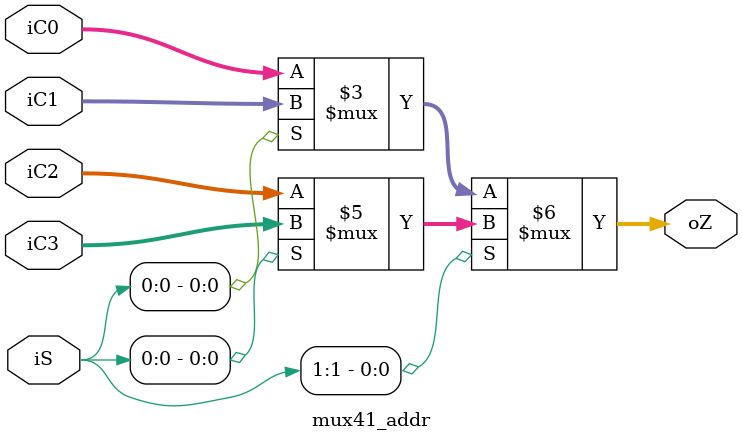
<source format=v>
module mux41_addr(
input [4:0] iC0, 
input [4:0] iC1, 
input [4:0] iC2,
input [4:0] iC3,
input [1:0] iS,
output [4:0]oZ
);
 assign oZ=iS[1]==0?(iS[0]==0?iC0:iC1):(iS[0]==0?iC2:iC3);
endmodule
</source>
